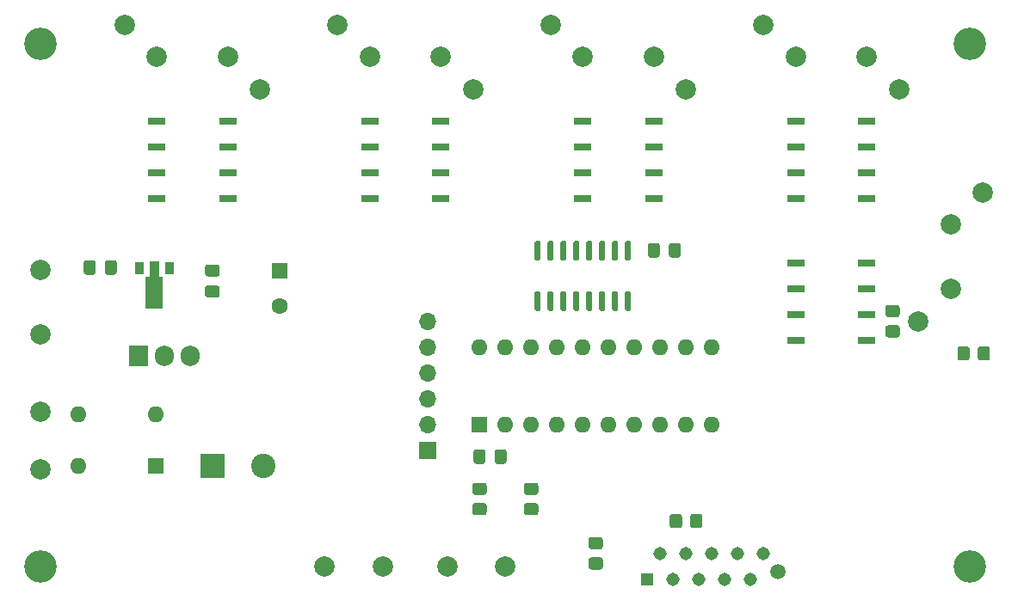
<source format=gbr>
G04 #@! TF.GenerationSoftware,KiCad,Pcbnew,(5.1.8-0-10_14)*
G04 #@! TF.CreationDate,2020-11-13T17:01:48+01:00*
G04 #@! TF.ProjectId,input-sel-v1,696e7075-742d-4736-956c-2d76312e6b69,rev?*
G04 #@! TF.SameCoordinates,Original*
G04 #@! TF.FileFunction,Soldermask,Top*
G04 #@! TF.FilePolarity,Negative*
%FSLAX46Y46*%
G04 Gerber Fmt 4.6, Leading zero omitted, Abs format (unit mm)*
G04 Created by KiCad (PCBNEW (5.1.8-0-10_14)) date 2020-11-13 17:01:48*
%MOMM*%
%LPD*%
G01*
G04 APERTURE LIST*
%ADD10C,1.600000*%
%ADD11R,1.600000X1.600000*%
%ADD12O,1.600000X1.600000*%
%ADD13C,2.400000*%
%ADD14R,2.400000X2.400000*%
%ADD15C,0.100000*%
%ADD16R,0.900000X1.300000*%
%ADD17O,1.905000X2.000000*%
%ADD18R,1.905000X2.000000*%
%ADD19R,1.800000X0.800000*%
%ADD20C,2.000000*%
%ADD21O,1.700000X1.700000*%
%ADD22R,1.700000X1.700000*%
%ADD23C,1.500000*%
%ADD24C,1.308000*%
%ADD25R,1.308000X1.308000*%
%ADD26C,3.200000*%
G04 APERTURE END LIST*
D10*
X142240000Y-78557000D03*
D11*
X142240000Y-75057000D03*
X130048000Y-94234000D03*
D12*
X122428000Y-89154000D03*
X130048000Y-89154000D03*
X122428000Y-94234000D03*
D13*
X140636000Y-94234000D03*
D14*
X135636000Y-94234000D03*
G36*
G01*
X167790000Y-74065000D02*
X167490000Y-74065000D01*
G75*
G02*
X167340000Y-73915000I0J150000D01*
G01*
X167340000Y-72265000D01*
G75*
G02*
X167490000Y-72115000I150000J0D01*
G01*
X167790000Y-72115000D01*
G75*
G02*
X167940000Y-72265000I0J-150000D01*
G01*
X167940000Y-73915000D01*
G75*
G02*
X167790000Y-74065000I-150000J0D01*
G01*
G37*
G36*
G01*
X169060000Y-74065000D02*
X168760000Y-74065000D01*
G75*
G02*
X168610000Y-73915000I0J150000D01*
G01*
X168610000Y-72265000D01*
G75*
G02*
X168760000Y-72115000I150000J0D01*
G01*
X169060000Y-72115000D01*
G75*
G02*
X169210000Y-72265000I0J-150000D01*
G01*
X169210000Y-73915000D01*
G75*
G02*
X169060000Y-74065000I-150000J0D01*
G01*
G37*
G36*
G01*
X170330000Y-74065000D02*
X170030000Y-74065000D01*
G75*
G02*
X169880000Y-73915000I0J150000D01*
G01*
X169880000Y-72265000D01*
G75*
G02*
X170030000Y-72115000I150000J0D01*
G01*
X170330000Y-72115000D01*
G75*
G02*
X170480000Y-72265000I0J-150000D01*
G01*
X170480000Y-73915000D01*
G75*
G02*
X170330000Y-74065000I-150000J0D01*
G01*
G37*
G36*
G01*
X171600000Y-74065000D02*
X171300000Y-74065000D01*
G75*
G02*
X171150000Y-73915000I0J150000D01*
G01*
X171150000Y-72265000D01*
G75*
G02*
X171300000Y-72115000I150000J0D01*
G01*
X171600000Y-72115000D01*
G75*
G02*
X171750000Y-72265000I0J-150000D01*
G01*
X171750000Y-73915000D01*
G75*
G02*
X171600000Y-74065000I-150000J0D01*
G01*
G37*
G36*
G01*
X172870000Y-74065000D02*
X172570000Y-74065000D01*
G75*
G02*
X172420000Y-73915000I0J150000D01*
G01*
X172420000Y-72265000D01*
G75*
G02*
X172570000Y-72115000I150000J0D01*
G01*
X172870000Y-72115000D01*
G75*
G02*
X173020000Y-72265000I0J-150000D01*
G01*
X173020000Y-73915000D01*
G75*
G02*
X172870000Y-74065000I-150000J0D01*
G01*
G37*
G36*
G01*
X174140000Y-74065000D02*
X173840000Y-74065000D01*
G75*
G02*
X173690000Y-73915000I0J150000D01*
G01*
X173690000Y-72265000D01*
G75*
G02*
X173840000Y-72115000I150000J0D01*
G01*
X174140000Y-72115000D01*
G75*
G02*
X174290000Y-72265000I0J-150000D01*
G01*
X174290000Y-73915000D01*
G75*
G02*
X174140000Y-74065000I-150000J0D01*
G01*
G37*
G36*
G01*
X175410000Y-74065000D02*
X175110000Y-74065000D01*
G75*
G02*
X174960000Y-73915000I0J150000D01*
G01*
X174960000Y-72265000D01*
G75*
G02*
X175110000Y-72115000I150000J0D01*
G01*
X175410000Y-72115000D01*
G75*
G02*
X175560000Y-72265000I0J-150000D01*
G01*
X175560000Y-73915000D01*
G75*
G02*
X175410000Y-74065000I-150000J0D01*
G01*
G37*
G36*
G01*
X176680000Y-74065000D02*
X176380000Y-74065000D01*
G75*
G02*
X176230000Y-73915000I0J150000D01*
G01*
X176230000Y-72265000D01*
G75*
G02*
X176380000Y-72115000I150000J0D01*
G01*
X176680000Y-72115000D01*
G75*
G02*
X176830000Y-72265000I0J-150000D01*
G01*
X176830000Y-73915000D01*
G75*
G02*
X176680000Y-74065000I-150000J0D01*
G01*
G37*
G36*
G01*
X176680000Y-79015000D02*
X176380000Y-79015000D01*
G75*
G02*
X176230000Y-78865000I0J150000D01*
G01*
X176230000Y-77215000D01*
G75*
G02*
X176380000Y-77065000I150000J0D01*
G01*
X176680000Y-77065000D01*
G75*
G02*
X176830000Y-77215000I0J-150000D01*
G01*
X176830000Y-78865000D01*
G75*
G02*
X176680000Y-79015000I-150000J0D01*
G01*
G37*
G36*
G01*
X175410000Y-79015000D02*
X175110000Y-79015000D01*
G75*
G02*
X174960000Y-78865000I0J150000D01*
G01*
X174960000Y-77215000D01*
G75*
G02*
X175110000Y-77065000I150000J0D01*
G01*
X175410000Y-77065000D01*
G75*
G02*
X175560000Y-77215000I0J-150000D01*
G01*
X175560000Y-78865000D01*
G75*
G02*
X175410000Y-79015000I-150000J0D01*
G01*
G37*
G36*
G01*
X174140000Y-79015000D02*
X173840000Y-79015000D01*
G75*
G02*
X173690000Y-78865000I0J150000D01*
G01*
X173690000Y-77215000D01*
G75*
G02*
X173840000Y-77065000I150000J0D01*
G01*
X174140000Y-77065000D01*
G75*
G02*
X174290000Y-77215000I0J-150000D01*
G01*
X174290000Y-78865000D01*
G75*
G02*
X174140000Y-79015000I-150000J0D01*
G01*
G37*
G36*
G01*
X172870000Y-79015000D02*
X172570000Y-79015000D01*
G75*
G02*
X172420000Y-78865000I0J150000D01*
G01*
X172420000Y-77215000D01*
G75*
G02*
X172570000Y-77065000I150000J0D01*
G01*
X172870000Y-77065000D01*
G75*
G02*
X173020000Y-77215000I0J-150000D01*
G01*
X173020000Y-78865000D01*
G75*
G02*
X172870000Y-79015000I-150000J0D01*
G01*
G37*
G36*
G01*
X171600000Y-79015000D02*
X171300000Y-79015000D01*
G75*
G02*
X171150000Y-78865000I0J150000D01*
G01*
X171150000Y-77215000D01*
G75*
G02*
X171300000Y-77065000I150000J0D01*
G01*
X171600000Y-77065000D01*
G75*
G02*
X171750000Y-77215000I0J-150000D01*
G01*
X171750000Y-78865000D01*
G75*
G02*
X171600000Y-79015000I-150000J0D01*
G01*
G37*
G36*
G01*
X170330000Y-79015000D02*
X170030000Y-79015000D01*
G75*
G02*
X169880000Y-78865000I0J150000D01*
G01*
X169880000Y-77215000D01*
G75*
G02*
X170030000Y-77065000I150000J0D01*
G01*
X170330000Y-77065000D01*
G75*
G02*
X170480000Y-77215000I0J-150000D01*
G01*
X170480000Y-78865000D01*
G75*
G02*
X170330000Y-79015000I-150000J0D01*
G01*
G37*
G36*
G01*
X169060000Y-79015000D02*
X168760000Y-79015000D01*
G75*
G02*
X168610000Y-78865000I0J150000D01*
G01*
X168610000Y-77215000D01*
G75*
G02*
X168760000Y-77065000I150000J0D01*
G01*
X169060000Y-77065000D01*
G75*
G02*
X169210000Y-77215000I0J-150000D01*
G01*
X169210000Y-78865000D01*
G75*
G02*
X169060000Y-79015000I-150000J0D01*
G01*
G37*
G36*
G01*
X167790000Y-79015000D02*
X167490000Y-79015000D01*
G75*
G02*
X167340000Y-78865000I0J150000D01*
G01*
X167340000Y-77215000D01*
G75*
G02*
X167490000Y-77065000I150000J0D01*
G01*
X167790000Y-77065000D01*
G75*
G02*
X167940000Y-77215000I0J-150000D01*
G01*
X167940000Y-78865000D01*
G75*
G02*
X167790000Y-79015000I-150000J0D01*
G01*
G37*
D12*
X161925000Y-82550000D03*
X184785000Y-90170000D03*
X164465000Y-82550000D03*
X182245000Y-90170000D03*
X167005000Y-82550000D03*
X179705000Y-90170000D03*
X169545000Y-82550000D03*
X177165000Y-90170000D03*
X172085000Y-82550000D03*
X174625000Y-90170000D03*
X174625000Y-82550000D03*
X172085000Y-90170000D03*
X177165000Y-82550000D03*
X169545000Y-90170000D03*
X179705000Y-82550000D03*
X167005000Y-90170000D03*
X182245000Y-82550000D03*
X164465000Y-90170000D03*
X184785000Y-82550000D03*
D11*
X161925000Y-90170000D03*
D15*
G36*
X129054500Y-78754000D02*
G01*
X129054500Y-75629000D01*
X129471000Y-75629000D01*
X129471000Y-74154000D01*
X130371000Y-74154000D01*
X130371000Y-75629000D01*
X130787500Y-75629000D01*
X130787500Y-78754000D01*
X129054500Y-78754000D01*
G37*
D16*
X128421000Y-74804000D03*
X131421000Y-74804000D03*
D17*
X133477000Y-83439000D03*
X130937000Y-83439000D03*
D18*
X128397000Y-83439000D03*
G36*
G01*
X181845000Y-99244999D02*
X181845000Y-100145001D01*
G75*
G02*
X181595001Y-100395000I-249999J0D01*
G01*
X180894999Y-100395000D01*
G75*
G02*
X180645000Y-100145001I0J249999D01*
G01*
X180645000Y-99244999D01*
G75*
G02*
X180894999Y-98995000I249999J0D01*
G01*
X181595001Y-98995000D01*
G75*
G02*
X181845000Y-99244999I0J-249999D01*
G01*
G37*
G36*
G01*
X183845000Y-99244999D02*
X183845000Y-100145001D01*
G75*
G02*
X183595001Y-100395000I-249999J0D01*
G01*
X182894999Y-100395000D01*
G75*
G02*
X182645000Y-100145001I0J249999D01*
G01*
X182645000Y-99244999D01*
G75*
G02*
X182894999Y-98995000I249999J0D01*
G01*
X183595001Y-98995000D01*
G75*
G02*
X183845000Y-99244999I0J-249999D01*
G01*
G37*
G36*
G01*
X173805001Y-102470000D02*
X172904999Y-102470000D01*
G75*
G02*
X172655000Y-102220001I0J249999D01*
G01*
X172655000Y-101519999D01*
G75*
G02*
X172904999Y-101270000I249999J0D01*
G01*
X173805001Y-101270000D01*
G75*
G02*
X174055000Y-101519999I0J-249999D01*
G01*
X174055000Y-102220001D01*
G75*
G02*
X173805001Y-102470000I-249999J0D01*
G01*
G37*
G36*
G01*
X173805001Y-104470000D02*
X172904999Y-104470000D01*
G75*
G02*
X172655000Y-104220001I0J249999D01*
G01*
X172655000Y-103519999D01*
G75*
G02*
X172904999Y-103270000I249999J0D01*
G01*
X173805001Y-103270000D01*
G75*
G02*
X174055000Y-103519999I0J-249999D01*
G01*
X174055000Y-104220001D01*
G75*
G02*
X173805001Y-104470000I-249999J0D01*
G01*
G37*
G36*
G01*
X210150000Y-82734999D02*
X210150000Y-83635001D01*
G75*
G02*
X209900001Y-83885000I-249999J0D01*
G01*
X209199999Y-83885000D01*
G75*
G02*
X208950000Y-83635001I0J249999D01*
G01*
X208950000Y-82734999D01*
G75*
G02*
X209199999Y-82485000I249999J0D01*
G01*
X209900001Y-82485000D01*
G75*
G02*
X210150000Y-82734999I0J-249999D01*
G01*
G37*
G36*
G01*
X212150000Y-82734999D02*
X212150000Y-83635001D01*
G75*
G02*
X211900001Y-83885000I-249999J0D01*
G01*
X211199999Y-83885000D01*
G75*
G02*
X210950000Y-83635001I0J249999D01*
G01*
X210950000Y-82734999D01*
G75*
G02*
X211199999Y-82485000I249999J0D01*
G01*
X211900001Y-82485000D01*
G75*
G02*
X212150000Y-82734999I0J-249999D01*
G01*
G37*
G36*
G01*
X203015001Y-79610000D02*
X202114999Y-79610000D01*
G75*
G02*
X201865000Y-79360001I0J249999D01*
G01*
X201865000Y-78659999D01*
G75*
G02*
X202114999Y-78410000I249999J0D01*
G01*
X203015001Y-78410000D01*
G75*
G02*
X203265000Y-78659999I0J-249999D01*
G01*
X203265000Y-79360001D01*
G75*
G02*
X203015001Y-79610000I-249999J0D01*
G01*
G37*
G36*
G01*
X203015001Y-81610000D02*
X202114999Y-81610000D01*
G75*
G02*
X201865000Y-81360001I0J249999D01*
G01*
X201865000Y-80659999D01*
G75*
G02*
X202114999Y-80410000I249999J0D01*
G01*
X203015001Y-80410000D01*
G75*
G02*
X203265000Y-80659999I0J-249999D01*
G01*
X203265000Y-81360001D01*
G75*
G02*
X203015001Y-81610000I-249999J0D01*
G01*
G37*
G36*
G01*
X161474999Y-97920000D02*
X162375001Y-97920000D01*
G75*
G02*
X162625000Y-98169999I0J-249999D01*
G01*
X162625000Y-98870001D01*
G75*
G02*
X162375001Y-99120000I-249999J0D01*
G01*
X161474999Y-99120000D01*
G75*
G02*
X161225000Y-98870001I0J249999D01*
G01*
X161225000Y-98169999D01*
G75*
G02*
X161474999Y-97920000I249999J0D01*
G01*
G37*
G36*
G01*
X161474999Y-95920000D02*
X162375001Y-95920000D01*
G75*
G02*
X162625000Y-96169999I0J-249999D01*
G01*
X162625000Y-96870001D01*
G75*
G02*
X162375001Y-97120000I-249999J0D01*
G01*
X161474999Y-97120000D01*
G75*
G02*
X161225000Y-96870001I0J249999D01*
G01*
X161225000Y-96169999D01*
G75*
G02*
X161474999Y-95920000I249999J0D01*
G01*
G37*
G36*
G01*
X166554999Y-97920000D02*
X167455001Y-97920000D01*
G75*
G02*
X167705000Y-98169999I0J-249999D01*
G01*
X167705000Y-98870001D01*
G75*
G02*
X167455001Y-99120000I-249999J0D01*
G01*
X166554999Y-99120000D01*
G75*
G02*
X166305000Y-98870001I0J249999D01*
G01*
X166305000Y-98169999D01*
G75*
G02*
X166554999Y-97920000I249999J0D01*
G01*
G37*
G36*
G01*
X166554999Y-95920000D02*
X167455001Y-95920000D01*
G75*
G02*
X167705000Y-96169999I0J-249999D01*
G01*
X167705000Y-96870001D01*
G75*
G02*
X167455001Y-97120000I-249999J0D01*
G01*
X166554999Y-97120000D01*
G75*
G02*
X166305000Y-96870001I0J249999D01*
G01*
X166305000Y-96169999D01*
G75*
G02*
X166554999Y-95920000I249999J0D01*
G01*
G37*
D19*
X200025000Y-67945000D03*
X200025000Y-65405000D03*
X200025000Y-62865000D03*
X200025000Y-60325000D03*
X193025000Y-60325000D03*
X193025000Y-62865000D03*
X193025000Y-65405000D03*
X193025000Y-67945000D03*
X179070000Y-67945000D03*
X179070000Y-65405000D03*
X179070000Y-62865000D03*
X179070000Y-60325000D03*
X172070000Y-60325000D03*
X172070000Y-62865000D03*
X172070000Y-65405000D03*
X172070000Y-67945000D03*
X158115000Y-67945000D03*
X158115000Y-65405000D03*
X158115000Y-62865000D03*
X158115000Y-60325000D03*
X151115000Y-60325000D03*
X151115000Y-62865000D03*
X151115000Y-65405000D03*
X151115000Y-67945000D03*
X137160000Y-67945000D03*
X137160000Y-65405000D03*
X137160000Y-62865000D03*
X137160000Y-60325000D03*
X130160000Y-60325000D03*
X130160000Y-62865000D03*
X130160000Y-65405000D03*
X130160000Y-67945000D03*
X200040000Y-81915000D03*
X200040000Y-79375000D03*
X200040000Y-76835000D03*
X200040000Y-74295000D03*
X193040000Y-74295000D03*
X193040000Y-76835000D03*
X193040000Y-79375000D03*
X193040000Y-81915000D03*
D20*
X189865000Y-50800000D03*
X193040000Y-53975000D03*
X203200000Y-57150000D03*
X200025000Y-53975000D03*
X168910000Y-50800000D03*
X172085000Y-53975000D03*
X182245000Y-57150000D03*
X179070000Y-53975000D03*
X147955000Y-50800000D03*
X151130000Y-53975000D03*
X161290000Y-57150000D03*
X158115000Y-53975000D03*
X127000000Y-50800000D03*
X130175000Y-53975000D03*
X140335000Y-57150000D03*
X137160000Y-53975000D03*
X211455000Y-67310000D03*
X208280000Y-70485000D03*
X205105000Y-80010000D03*
X208280000Y-76835000D03*
D21*
X156845000Y-80010000D03*
X156845000Y-82550000D03*
X156845000Y-85090000D03*
X156845000Y-87630000D03*
X156845000Y-90170000D03*
D22*
X156845000Y-92710000D03*
D23*
X191265000Y-104670000D03*
D24*
X189865000Y-102870000D03*
X188595000Y-105410000D03*
X187325000Y-102870000D03*
X186055000Y-105410000D03*
X184785000Y-102870000D03*
X183515000Y-105410000D03*
X182245000Y-102870000D03*
X180975000Y-105410000D03*
X179705000Y-102870000D03*
D25*
X178435000Y-105410000D03*
D20*
X118745000Y-88900000D03*
X118745000Y-94615000D03*
X118745000Y-74930000D03*
X118745000Y-81280000D03*
X146685000Y-104140000D03*
X152400000Y-104140000D03*
X158750000Y-104140000D03*
X164465000Y-104140000D03*
D26*
X118745000Y-104140000D03*
X210185000Y-104140000D03*
X210185000Y-52705000D03*
X118745000Y-52705000D03*
G36*
G01*
X163412500Y-93820000D02*
X163412500Y-92870000D01*
G75*
G02*
X163662500Y-92620000I250000J0D01*
G01*
X164337500Y-92620000D01*
G75*
G02*
X164587500Y-92870000I0J-250000D01*
G01*
X164587500Y-93820000D01*
G75*
G02*
X164337500Y-94070000I-250000J0D01*
G01*
X163662500Y-94070000D01*
G75*
G02*
X163412500Y-93820000I0J250000D01*
G01*
G37*
G36*
G01*
X161337500Y-93820000D02*
X161337500Y-92870000D01*
G75*
G02*
X161587500Y-92620000I250000J0D01*
G01*
X162262500Y-92620000D01*
G75*
G02*
X162512500Y-92870000I0J-250000D01*
G01*
X162512500Y-93820000D01*
G75*
G02*
X162262500Y-94070000I-250000J0D01*
G01*
X161587500Y-94070000D01*
G75*
G02*
X161337500Y-93820000I0J250000D01*
G01*
G37*
G36*
G01*
X179657500Y-72550000D02*
X179657500Y-73500000D01*
G75*
G02*
X179407500Y-73750000I-250000J0D01*
G01*
X178732500Y-73750000D01*
G75*
G02*
X178482500Y-73500000I0J250000D01*
G01*
X178482500Y-72550000D01*
G75*
G02*
X178732500Y-72300000I250000J0D01*
G01*
X179407500Y-72300000D01*
G75*
G02*
X179657500Y-72550000I0J-250000D01*
G01*
G37*
G36*
G01*
X181732500Y-72550000D02*
X181732500Y-73500000D01*
G75*
G02*
X181482500Y-73750000I-250000J0D01*
G01*
X180807500Y-73750000D01*
G75*
G02*
X180557500Y-73500000I0J250000D01*
G01*
X180557500Y-72550000D01*
G75*
G02*
X180807500Y-72300000I250000J0D01*
G01*
X181482500Y-72300000D01*
G75*
G02*
X181732500Y-72550000I0J-250000D01*
G01*
G37*
G36*
G01*
X135161000Y-76501500D02*
X136111000Y-76501500D01*
G75*
G02*
X136361000Y-76751500I0J-250000D01*
G01*
X136361000Y-77426500D01*
G75*
G02*
X136111000Y-77676500I-250000J0D01*
G01*
X135161000Y-77676500D01*
G75*
G02*
X134911000Y-77426500I0J250000D01*
G01*
X134911000Y-76751500D01*
G75*
G02*
X135161000Y-76501500I250000J0D01*
G01*
G37*
G36*
G01*
X135161000Y-74426500D02*
X136111000Y-74426500D01*
G75*
G02*
X136361000Y-74676500I0J-250000D01*
G01*
X136361000Y-75351500D01*
G75*
G02*
X136111000Y-75601500I-250000J0D01*
G01*
X135161000Y-75601500D01*
G75*
G02*
X134911000Y-75351500I0J250000D01*
G01*
X134911000Y-74676500D01*
G75*
G02*
X135161000Y-74426500I250000J0D01*
G01*
G37*
G36*
G01*
X124158500Y-74244000D02*
X124158500Y-75194000D01*
G75*
G02*
X123908500Y-75444000I-250000J0D01*
G01*
X123233500Y-75444000D01*
G75*
G02*
X122983500Y-75194000I0J250000D01*
G01*
X122983500Y-74244000D01*
G75*
G02*
X123233500Y-73994000I250000J0D01*
G01*
X123908500Y-73994000D01*
G75*
G02*
X124158500Y-74244000I0J-250000D01*
G01*
G37*
G36*
G01*
X126233500Y-74244000D02*
X126233500Y-75194000D01*
G75*
G02*
X125983500Y-75444000I-250000J0D01*
G01*
X125308500Y-75444000D01*
G75*
G02*
X125058500Y-75194000I0J250000D01*
G01*
X125058500Y-74244000D01*
G75*
G02*
X125308500Y-73994000I250000J0D01*
G01*
X125983500Y-73994000D01*
G75*
G02*
X126233500Y-74244000I0J-250000D01*
G01*
G37*
M02*

</source>
